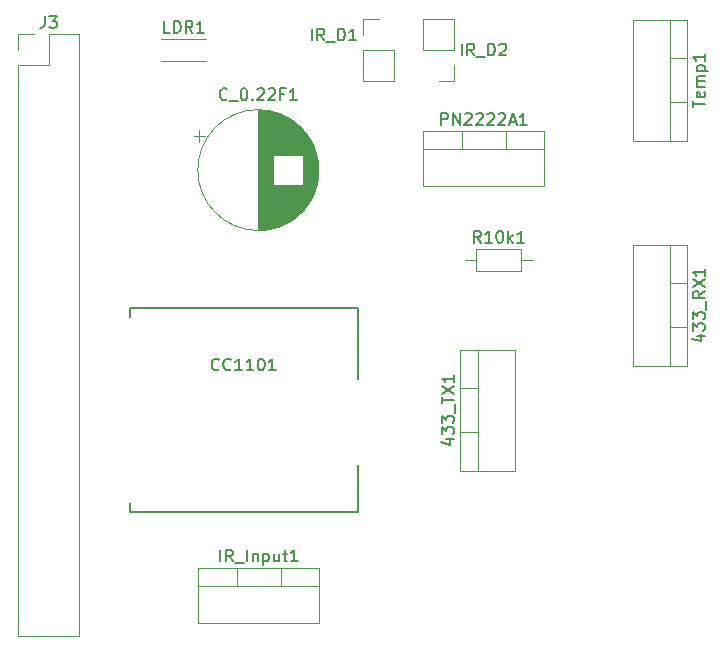
<source format=gto>
G04 #@! TF.GenerationSoftware,KiCad,Pcbnew,(5.0.0-rc2-dev-482-gf81c77cd4)*
G04 #@! TF.CreationDate,2018-04-23T16:38:11+02:00*
G04 #@! TF.ProjectId,ha_plattform,68615F706C617474666F726D2E6B6963,rev?*
G04 #@! TF.SameCoordinates,Original*
G04 #@! TF.FileFunction,Legend,Top*
G04 #@! TF.FilePolarity,Positive*
%FSLAX46Y46*%
G04 Gerber Fmt 4.6, Leading zero omitted, Abs format (unit mm)*
G04 Created by KiCad (PCBNEW (5.0.0-rc2-dev-482-gf81c77cd4)) date Mon Apr 23 16:38:11 2018*
%MOMM*%
%LPD*%
G01*
G04 APERTURE LIST*
%ADD10C,0.120000*%
%ADD11C,0.150000*%
G04 APERTURE END LIST*
D10*
X20514000Y-73212000D02*
X25714000Y-73212000D01*
X20514000Y-24892000D02*
X20514000Y-73212000D01*
X25714000Y-22292000D02*
X25714000Y-73212000D01*
X20514000Y-24892000D02*
X23114000Y-24892000D01*
X23114000Y-24892000D02*
X23114000Y-22292000D01*
X23114000Y-22292000D02*
X25714000Y-22292000D01*
X20514000Y-23622000D02*
X20514000Y-22292000D01*
X20514000Y-22292000D02*
X21844000Y-22292000D01*
X77184000Y-40092000D02*
X77184000Y-50332000D01*
X72543000Y-40092000D02*
X72543000Y-50332000D01*
X77184000Y-40092000D02*
X72543000Y-40092000D01*
X77184000Y-50332000D02*
X72543000Y-50332000D01*
X75674000Y-40092000D02*
X75674000Y-50332000D01*
X77184000Y-43362000D02*
X75674000Y-43362000D01*
X77184000Y-47062000D02*
X75674000Y-47062000D01*
X57944000Y-59222000D02*
X57944000Y-48982000D01*
X62585000Y-59222000D02*
X62585000Y-48982000D01*
X57944000Y-59222000D02*
X62585000Y-59222000D01*
X57944000Y-48982000D02*
X62585000Y-48982000D01*
X59454000Y-59222000D02*
X59454000Y-48982000D01*
X57944000Y-55952000D02*
X59454000Y-55952000D01*
X57944000Y-52251000D02*
X59454000Y-52251000D01*
X45974000Y-33782000D02*
G75*
G03X45974000Y-33782000I-5120000J0D01*
G01*
X40854000Y-28702000D02*
X40854000Y-38862000D01*
X40894000Y-28702000D02*
X40894000Y-38862000D01*
X40934000Y-28702000D02*
X40934000Y-38862000D01*
X40974000Y-28703000D02*
X40974000Y-38861000D01*
X41014000Y-28704000D02*
X41014000Y-38860000D01*
X41054000Y-28705000D02*
X41054000Y-38859000D01*
X41094000Y-28707000D02*
X41094000Y-38857000D01*
X41134000Y-28709000D02*
X41134000Y-38855000D01*
X41174000Y-28712000D02*
X41174000Y-38852000D01*
X41214000Y-28714000D02*
X41214000Y-38850000D01*
X41254000Y-28717000D02*
X41254000Y-38847000D01*
X41294000Y-28720000D02*
X41294000Y-38844000D01*
X41334000Y-28724000D02*
X41334000Y-38840000D01*
X41374000Y-28728000D02*
X41374000Y-38836000D01*
X41414000Y-28732000D02*
X41414000Y-38832000D01*
X41454000Y-28737000D02*
X41454000Y-38827000D01*
X41494000Y-28742000D02*
X41494000Y-38822000D01*
X41534000Y-28747000D02*
X41534000Y-38817000D01*
X41575000Y-28752000D02*
X41575000Y-38812000D01*
X41615000Y-28758000D02*
X41615000Y-38806000D01*
X41655000Y-28764000D02*
X41655000Y-38800000D01*
X41695000Y-28771000D02*
X41695000Y-38793000D01*
X41735000Y-28778000D02*
X41735000Y-38786000D01*
X41775000Y-28785000D02*
X41775000Y-38779000D01*
X41815000Y-28792000D02*
X41815000Y-38772000D01*
X41855000Y-28800000D02*
X41855000Y-38764000D01*
X41895000Y-28808000D02*
X41895000Y-38756000D01*
X41935000Y-28817000D02*
X41935000Y-38747000D01*
X41975000Y-28826000D02*
X41975000Y-38738000D01*
X42015000Y-28835000D02*
X42015000Y-38729000D01*
X42055000Y-28844000D02*
X42055000Y-38720000D01*
X42095000Y-28854000D02*
X42095000Y-38710000D01*
X42135000Y-28864000D02*
X42135000Y-32541000D01*
X42135000Y-35023000D02*
X42135000Y-38700000D01*
X42175000Y-28875000D02*
X42175000Y-32541000D01*
X42175000Y-35023000D02*
X42175000Y-38689000D01*
X42215000Y-28885000D02*
X42215000Y-32541000D01*
X42215000Y-35023000D02*
X42215000Y-38679000D01*
X42255000Y-28897000D02*
X42255000Y-32541000D01*
X42255000Y-35023000D02*
X42255000Y-38667000D01*
X42295000Y-28908000D02*
X42295000Y-32541000D01*
X42295000Y-35023000D02*
X42295000Y-38656000D01*
X42335000Y-28920000D02*
X42335000Y-32541000D01*
X42335000Y-35023000D02*
X42335000Y-38644000D01*
X42375000Y-28932000D02*
X42375000Y-32541000D01*
X42375000Y-35023000D02*
X42375000Y-38632000D01*
X42415000Y-28945000D02*
X42415000Y-32541000D01*
X42415000Y-35023000D02*
X42415000Y-38619000D01*
X42455000Y-28958000D02*
X42455000Y-32541000D01*
X42455000Y-35023000D02*
X42455000Y-38606000D01*
X42495000Y-28971000D02*
X42495000Y-32541000D01*
X42495000Y-35023000D02*
X42495000Y-38593000D01*
X42535000Y-28985000D02*
X42535000Y-32541000D01*
X42535000Y-35023000D02*
X42535000Y-38579000D01*
X42575000Y-28999000D02*
X42575000Y-32541000D01*
X42575000Y-35023000D02*
X42575000Y-38565000D01*
X42615000Y-29014000D02*
X42615000Y-32541000D01*
X42615000Y-35023000D02*
X42615000Y-38550000D01*
X42655000Y-29028000D02*
X42655000Y-32541000D01*
X42655000Y-35023000D02*
X42655000Y-38536000D01*
X42695000Y-29044000D02*
X42695000Y-32541000D01*
X42695000Y-35023000D02*
X42695000Y-38520000D01*
X42735000Y-29059000D02*
X42735000Y-32541000D01*
X42735000Y-35023000D02*
X42735000Y-38505000D01*
X42775000Y-29075000D02*
X42775000Y-32541000D01*
X42775000Y-35023000D02*
X42775000Y-38489000D01*
X42815000Y-29092000D02*
X42815000Y-32541000D01*
X42815000Y-35023000D02*
X42815000Y-38472000D01*
X42855000Y-29108000D02*
X42855000Y-32541000D01*
X42855000Y-35023000D02*
X42855000Y-38456000D01*
X42895000Y-29125000D02*
X42895000Y-32541000D01*
X42895000Y-35023000D02*
X42895000Y-38439000D01*
X42935000Y-29143000D02*
X42935000Y-32541000D01*
X42935000Y-35023000D02*
X42935000Y-38421000D01*
X42975000Y-29161000D02*
X42975000Y-32541000D01*
X42975000Y-35023000D02*
X42975000Y-38403000D01*
X43015000Y-29179000D02*
X43015000Y-32541000D01*
X43015000Y-35023000D02*
X43015000Y-38385000D01*
X43055000Y-29198000D02*
X43055000Y-32541000D01*
X43055000Y-35023000D02*
X43055000Y-38366000D01*
X43095000Y-29218000D02*
X43095000Y-32541000D01*
X43095000Y-35023000D02*
X43095000Y-38346000D01*
X43135000Y-29237000D02*
X43135000Y-32541000D01*
X43135000Y-35023000D02*
X43135000Y-38327000D01*
X43175000Y-29257000D02*
X43175000Y-32541000D01*
X43175000Y-35023000D02*
X43175000Y-38307000D01*
X43215000Y-29278000D02*
X43215000Y-32541000D01*
X43215000Y-35023000D02*
X43215000Y-38286000D01*
X43255000Y-29299000D02*
X43255000Y-32541000D01*
X43255000Y-35023000D02*
X43255000Y-38265000D01*
X43295000Y-29320000D02*
X43295000Y-32541000D01*
X43295000Y-35023000D02*
X43295000Y-38244000D01*
X43335000Y-29342000D02*
X43335000Y-32541000D01*
X43335000Y-35023000D02*
X43335000Y-38222000D01*
X43375000Y-29365000D02*
X43375000Y-32541000D01*
X43375000Y-35023000D02*
X43375000Y-38199000D01*
X43415000Y-29387000D02*
X43415000Y-32541000D01*
X43415000Y-35023000D02*
X43415000Y-38177000D01*
X43455000Y-29411000D02*
X43455000Y-32541000D01*
X43455000Y-35023000D02*
X43455000Y-38153000D01*
X43495000Y-29435000D02*
X43495000Y-32541000D01*
X43495000Y-35023000D02*
X43495000Y-38129000D01*
X43535000Y-29459000D02*
X43535000Y-32541000D01*
X43535000Y-35023000D02*
X43535000Y-38105000D01*
X43575000Y-29484000D02*
X43575000Y-32541000D01*
X43575000Y-35023000D02*
X43575000Y-38080000D01*
X43615000Y-29509000D02*
X43615000Y-32541000D01*
X43615000Y-35023000D02*
X43615000Y-38055000D01*
X43655000Y-29535000D02*
X43655000Y-32541000D01*
X43655000Y-35023000D02*
X43655000Y-38029000D01*
X43695000Y-29561000D02*
X43695000Y-32541000D01*
X43695000Y-35023000D02*
X43695000Y-38003000D01*
X43735000Y-29588000D02*
X43735000Y-32541000D01*
X43735000Y-35023000D02*
X43735000Y-37976000D01*
X43775000Y-29616000D02*
X43775000Y-32541000D01*
X43775000Y-35023000D02*
X43775000Y-37948000D01*
X43815000Y-29644000D02*
X43815000Y-32541000D01*
X43815000Y-35023000D02*
X43815000Y-37920000D01*
X43855000Y-29672000D02*
X43855000Y-32541000D01*
X43855000Y-35023000D02*
X43855000Y-37892000D01*
X43895000Y-29702000D02*
X43895000Y-32541000D01*
X43895000Y-35023000D02*
X43895000Y-37862000D01*
X43935000Y-29732000D02*
X43935000Y-32541000D01*
X43935000Y-35023000D02*
X43935000Y-37832000D01*
X43975000Y-29762000D02*
X43975000Y-32541000D01*
X43975000Y-35023000D02*
X43975000Y-37802000D01*
X44015000Y-29793000D02*
X44015000Y-32541000D01*
X44015000Y-35023000D02*
X44015000Y-37771000D01*
X44055000Y-29825000D02*
X44055000Y-32541000D01*
X44055000Y-35023000D02*
X44055000Y-37739000D01*
X44095000Y-29857000D02*
X44095000Y-32541000D01*
X44095000Y-35023000D02*
X44095000Y-37707000D01*
X44135000Y-29890000D02*
X44135000Y-32541000D01*
X44135000Y-35023000D02*
X44135000Y-37674000D01*
X44175000Y-29924000D02*
X44175000Y-32541000D01*
X44175000Y-35023000D02*
X44175000Y-37640000D01*
X44215000Y-29958000D02*
X44215000Y-32541000D01*
X44215000Y-35023000D02*
X44215000Y-37606000D01*
X44255000Y-29993000D02*
X44255000Y-32541000D01*
X44255000Y-35023000D02*
X44255000Y-37571000D01*
X44295000Y-30029000D02*
X44295000Y-32541000D01*
X44295000Y-35023000D02*
X44295000Y-37535000D01*
X44335000Y-30066000D02*
X44335000Y-32541000D01*
X44335000Y-35023000D02*
X44335000Y-37498000D01*
X44375000Y-30103000D02*
X44375000Y-32541000D01*
X44375000Y-35023000D02*
X44375000Y-37461000D01*
X44415000Y-30142000D02*
X44415000Y-32541000D01*
X44415000Y-35023000D02*
X44415000Y-37422000D01*
X44455000Y-30181000D02*
X44455000Y-32541000D01*
X44455000Y-35023000D02*
X44455000Y-37383000D01*
X44495000Y-30221000D02*
X44495000Y-32541000D01*
X44495000Y-35023000D02*
X44495000Y-37343000D01*
X44535000Y-30262000D02*
X44535000Y-32541000D01*
X44535000Y-35023000D02*
X44535000Y-37302000D01*
X44575000Y-30304000D02*
X44575000Y-32541000D01*
X44575000Y-35023000D02*
X44575000Y-37260000D01*
X44615000Y-30346000D02*
X44615000Y-37218000D01*
X44655000Y-30390000D02*
X44655000Y-37174000D01*
X44695000Y-30435000D02*
X44695000Y-37129000D01*
X44735000Y-30481000D02*
X44735000Y-37083000D01*
X44775000Y-30528000D02*
X44775000Y-37036000D01*
X44815000Y-30576000D02*
X44815000Y-36988000D01*
X44855000Y-30626000D02*
X44855000Y-36938000D01*
X44895000Y-30676000D02*
X44895000Y-36888000D01*
X44935000Y-30728000D02*
X44935000Y-36836000D01*
X44975000Y-30782000D02*
X44975000Y-36782000D01*
X45015000Y-30837000D02*
X45015000Y-36727000D01*
X45055000Y-30893000D02*
X45055000Y-36671000D01*
X45095000Y-30952000D02*
X45095000Y-36612000D01*
X45135000Y-31012000D02*
X45135000Y-36552000D01*
X45175000Y-31073000D02*
X45175000Y-36491000D01*
X45215000Y-31137000D02*
X45215000Y-36427000D01*
X45255000Y-31203000D02*
X45255000Y-36361000D01*
X45295000Y-31272000D02*
X45295000Y-36292000D01*
X45335000Y-31343000D02*
X45335000Y-36221000D01*
X45375000Y-31417000D02*
X45375000Y-36147000D01*
X45415000Y-31493000D02*
X45415000Y-36071000D01*
X45455000Y-31573000D02*
X45455000Y-35991000D01*
X45495000Y-31657000D02*
X45495000Y-35907000D01*
X45535000Y-31745000D02*
X45535000Y-35819000D01*
X45575000Y-31838000D02*
X45575000Y-35726000D01*
X45615000Y-31936000D02*
X45615000Y-35628000D01*
X45655000Y-32040000D02*
X45655000Y-35524000D01*
X45695000Y-32152000D02*
X45695000Y-35412000D01*
X45735000Y-32272000D02*
X45735000Y-35292000D01*
X45775000Y-32404000D02*
X45775000Y-35160000D01*
X45815000Y-32552000D02*
X45815000Y-35012000D01*
X45855000Y-32720000D02*
X45855000Y-34844000D01*
X45895000Y-32920000D02*
X45895000Y-34644000D01*
X45935000Y-33183000D02*
X45935000Y-34381000D01*
X35374354Y-30907000D02*
X36374354Y-30907000D01*
X35874354Y-30407000D02*
X35874354Y-31407000D01*
D11*
X29974000Y-46202000D02*
X29974000Y-45452000D01*
X29974000Y-62752000D02*
X29974000Y-62002000D01*
X49274000Y-62752000D02*
X29974000Y-62752000D01*
X49274000Y-58727000D02*
X49274000Y-62752000D01*
X49274000Y-45452000D02*
X49274000Y-51477000D01*
X29974000Y-45452000D02*
X49274000Y-45452000D01*
D10*
X42745000Y-67469000D02*
X42745000Y-68979000D01*
X39044000Y-67469000D02*
X39044000Y-68979000D01*
X35774000Y-68979000D02*
X46014000Y-68979000D01*
X46014000Y-67469000D02*
X46014000Y-72110000D01*
X35774000Y-67469000D02*
X35774000Y-72110000D01*
X35774000Y-72110000D02*
X46014000Y-72110000D01*
X35774000Y-67469000D02*
X46014000Y-67469000D01*
X54824000Y-30512000D02*
X65064000Y-30512000D01*
X54824000Y-35153000D02*
X65064000Y-35153000D01*
X54824000Y-30512000D02*
X54824000Y-35153000D01*
X65064000Y-30512000D02*
X65064000Y-35153000D01*
X54824000Y-32022000D02*
X65064000Y-32022000D01*
X58094000Y-30512000D02*
X58094000Y-32022000D01*
X61795000Y-30512000D02*
X61795000Y-32022000D01*
X77184000Y-28012000D02*
X75674000Y-28012000D01*
X77184000Y-24312000D02*
X75674000Y-24312000D01*
X75674000Y-21042000D02*
X75674000Y-31282000D01*
X77184000Y-31282000D02*
X72543000Y-31282000D01*
X77184000Y-21042000D02*
X72543000Y-21042000D01*
X72543000Y-21042000D02*
X72543000Y-31282000D01*
X77184000Y-21042000D02*
X77184000Y-31282000D01*
X49724000Y-26222000D02*
X52384000Y-26222000D01*
X49724000Y-23622000D02*
X49724000Y-26222000D01*
X52384000Y-23622000D02*
X52384000Y-26222000D01*
X49724000Y-23622000D02*
X52384000Y-23622000D01*
X49724000Y-22352000D02*
X49724000Y-21022000D01*
X49724000Y-21022000D02*
X51054000Y-21022000D01*
X57464000Y-26222000D02*
X56134000Y-26222000D01*
X57464000Y-24892000D02*
X57464000Y-26222000D01*
X57464000Y-23622000D02*
X54804000Y-23622000D01*
X54804000Y-23622000D02*
X54804000Y-21022000D01*
X57464000Y-23622000D02*
X57464000Y-21022000D01*
X57464000Y-21022000D02*
X54804000Y-21022000D01*
X59294000Y-40482000D02*
X59294000Y-42322000D01*
X59294000Y-42322000D02*
X63134000Y-42322000D01*
X63134000Y-42322000D02*
X63134000Y-40482000D01*
X63134000Y-40482000D02*
X59294000Y-40482000D01*
X58344000Y-41402000D02*
X59294000Y-41402000D01*
X64084000Y-41402000D02*
X63134000Y-41402000D01*
X32624000Y-22702000D02*
X36464000Y-22702000D01*
X32624000Y-24542000D02*
X36464000Y-24542000D01*
D11*
X22780666Y-20744380D02*
X22780666Y-21458666D01*
X22733047Y-21601523D01*
X22637809Y-21696761D01*
X22494952Y-21744380D01*
X22399714Y-21744380D01*
X23161619Y-20744380D02*
X23780666Y-20744380D01*
X23447333Y-21125333D01*
X23590190Y-21125333D01*
X23685428Y-21172952D01*
X23733047Y-21220571D01*
X23780666Y-21315809D01*
X23780666Y-21553904D01*
X23733047Y-21649142D01*
X23685428Y-21696761D01*
X23590190Y-21744380D01*
X23304476Y-21744380D01*
X23209238Y-21696761D01*
X23161619Y-21649142D01*
X77969714Y-47807238D02*
X78636380Y-47807238D01*
X77588761Y-48045333D02*
X78303047Y-48283428D01*
X78303047Y-47664380D01*
X77636380Y-47378666D02*
X77636380Y-46759619D01*
X78017333Y-47092952D01*
X78017333Y-46950095D01*
X78064952Y-46854857D01*
X78112571Y-46807238D01*
X78207809Y-46759619D01*
X78445904Y-46759619D01*
X78541142Y-46807238D01*
X78588761Y-46854857D01*
X78636380Y-46950095D01*
X78636380Y-47235809D01*
X78588761Y-47331047D01*
X78541142Y-47378666D01*
X77636380Y-46426285D02*
X77636380Y-45807238D01*
X78017333Y-46140571D01*
X78017333Y-45997714D01*
X78064952Y-45902476D01*
X78112571Y-45854857D01*
X78207809Y-45807238D01*
X78445904Y-45807238D01*
X78541142Y-45854857D01*
X78588761Y-45902476D01*
X78636380Y-45997714D01*
X78636380Y-46283428D01*
X78588761Y-46378666D01*
X78541142Y-46426285D01*
X78731619Y-45616761D02*
X78731619Y-44854857D01*
X78636380Y-44045333D02*
X78160190Y-44378666D01*
X78636380Y-44616761D02*
X77636380Y-44616761D01*
X77636380Y-44235809D01*
X77684000Y-44140571D01*
X77731619Y-44092952D01*
X77826857Y-44045333D01*
X77969714Y-44045333D01*
X78064952Y-44092952D01*
X78112571Y-44140571D01*
X78160190Y-44235809D01*
X78160190Y-44616761D01*
X77636380Y-43712000D02*
X78636380Y-43045333D01*
X77636380Y-43045333D02*
X78636380Y-43712000D01*
X78636380Y-42140571D02*
X78636380Y-42712000D01*
X78636380Y-42426285D02*
X77636380Y-42426285D01*
X77779238Y-42521523D01*
X77874476Y-42616761D01*
X77922095Y-42712000D01*
X56729714Y-56578190D02*
X57396380Y-56578190D01*
X56348761Y-56816285D02*
X57063047Y-57054380D01*
X57063047Y-56435333D01*
X56396380Y-56149619D02*
X56396380Y-55530571D01*
X56777333Y-55863904D01*
X56777333Y-55721047D01*
X56824952Y-55625809D01*
X56872571Y-55578190D01*
X56967809Y-55530571D01*
X57205904Y-55530571D01*
X57301142Y-55578190D01*
X57348761Y-55625809D01*
X57396380Y-55721047D01*
X57396380Y-56006761D01*
X57348761Y-56102000D01*
X57301142Y-56149619D01*
X56396380Y-55197238D02*
X56396380Y-54578190D01*
X56777333Y-54911523D01*
X56777333Y-54768666D01*
X56824952Y-54673428D01*
X56872571Y-54625809D01*
X56967809Y-54578190D01*
X57205904Y-54578190D01*
X57301142Y-54625809D01*
X57348761Y-54673428D01*
X57396380Y-54768666D01*
X57396380Y-55054380D01*
X57348761Y-55149619D01*
X57301142Y-55197238D01*
X57491619Y-54387714D02*
X57491619Y-53625809D01*
X56396380Y-53530571D02*
X56396380Y-52959142D01*
X57396380Y-53244857D02*
X56396380Y-53244857D01*
X56396380Y-52721047D02*
X57396380Y-52054380D01*
X56396380Y-52054380D02*
X57396380Y-52721047D01*
X57396380Y-51149619D02*
X57396380Y-51721047D01*
X57396380Y-51435333D02*
X56396380Y-51435333D01*
X56539238Y-51530571D01*
X56634476Y-51625809D01*
X56682095Y-51721047D01*
X38211142Y-27769142D02*
X38163523Y-27816761D01*
X38020666Y-27864380D01*
X37925428Y-27864380D01*
X37782571Y-27816761D01*
X37687333Y-27721523D01*
X37639714Y-27626285D01*
X37592095Y-27435809D01*
X37592095Y-27292952D01*
X37639714Y-27102476D01*
X37687333Y-27007238D01*
X37782571Y-26912000D01*
X37925428Y-26864380D01*
X38020666Y-26864380D01*
X38163523Y-26912000D01*
X38211142Y-26959619D01*
X38401619Y-27959619D02*
X39163523Y-27959619D01*
X39592095Y-26864380D02*
X39687333Y-26864380D01*
X39782571Y-26912000D01*
X39830190Y-26959619D01*
X39877809Y-27054857D01*
X39925428Y-27245333D01*
X39925428Y-27483428D01*
X39877809Y-27673904D01*
X39830190Y-27769142D01*
X39782571Y-27816761D01*
X39687333Y-27864380D01*
X39592095Y-27864380D01*
X39496857Y-27816761D01*
X39449238Y-27769142D01*
X39401619Y-27673904D01*
X39354000Y-27483428D01*
X39354000Y-27245333D01*
X39401619Y-27054857D01*
X39449238Y-26959619D01*
X39496857Y-26912000D01*
X39592095Y-26864380D01*
X40354000Y-27769142D02*
X40401619Y-27816761D01*
X40354000Y-27864380D01*
X40306380Y-27816761D01*
X40354000Y-27769142D01*
X40354000Y-27864380D01*
X40782571Y-26959619D02*
X40830190Y-26912000D01*
X40925428Y-26864380D01*
X41163523Y-26864380D01*
X41258761Y-26912000D01*
X41306380Y-26959619D01*
X41354000Y-27054857D01*
X41354000Y-27150095D01*
X41306380Y-27292952D01*
X40734952Y-27864380D01*
X41354000Y-27864380D01*
X41734952Y-26959619D02*
X41782571Y-26912000D01*
X41877809Y-26864380D01*
X42115904Y-26864380D01*
X42211142Y-26912000D01*
X42258761Y-26959619D01*
X42306380Y-27054857D01*
X42306380Y-27150095D01*
X42258761Y-27292952D01*
X41687333Y-27864380D01*
X42306380Y-27864380D01*
X43068285Y-27340571D02*
X42734952Y-27340571D01*
X42734952Y-27864380D02*
X42734952Y-26864380D01*
X43211142Y-26864380D01*
X44115904Y-27864380D02*
X43544476Y-27864380D01*
X43830190Y-27864380D02*
X43830190Y-26864380D01*
X43734952Y-27007238D01*
X43639714Y-27102476D01*
X43544476Y-27150095D01*
X37528761Y-50649142D02*
X37481142Y-50696761D01*
X37338285Y-50744380D01*
X37243047Y-50744380D01*
X37100190Y-50696761D01*
X37004952Y-50601523D01*
X36957333Y-50506285D01*
X36909714Y-50315809D01*
X36909714Y-50172952D01*
X36957333Y-49982476D01*
X37004952Y-49887238D01*
X37100190Y-49792000D01*
X37243047Y-49744380D01*
X37338285Y-49744380D01*
X37481142Y-49792000D01*
X37528761Y-49839619D01*
X38528761Y-50649142D02*
X38481142Y-50696761D01*
X38338285Y-50744380D01*
X38243047Y-50744380D01*
X38100190Y-50696761D01*
X38004952Y-50601523D01*
X37957333Y-50506285D01*
X37909714Y-50315809D01*
X37909714Y-50172952D01*
X37957333Y-49982476D01*
X38004952Y-49887238D01*
X38100190Y-49792000D01*
X38243047Y-49744380D01*
X38338285Y-49744380D01*
X38481142Y-49792000D01*
X38528761Y-49839619D01*
X39481142Y-50744380D02*
X38909714Y-50744380D01*
X39195428Y-50744380D02*
X39195428Y-49744380D01*
X39100190Y-49887238D01*
X39004952Y-49982476D01*
X38909714Y-50030095D01*
X40433523Y-50744380D02*
X39862095Y-50744380D01*
X40147809Y-50744380D02*
X40147809Y-49744380D01*
X40052571Y-49887238D01*
X39957333Y-49982476D01*
X39862095Y-50030095D01*
X41052571Y-49744380D02*
X41147809Y-49744380D01*
X41243047Y-49792000D01*
X41290666Y-49839619D01*
X41338285Y-49934857D01*
X41385904Y-50125333D01*
X41385904Y-50363428D01*
X41338285Y-50553904D01*
X41290666Y-50649142D01*
X41243047Y-50696761D01*
X41147809Y-50744380D01*
X41052571Y-50744380D01*
X40957333Y-50696761D01*
X40909714Y-50649142D01*
X40862095Y-50553904D01*
X40814476Y-50363428D01*
X40814476Y-50125333D01*
X40862095Y-49934857D01*
X40909714Y-49839619D01*
X40957333Y-49792000D01*
X41052571Y-49744380D01*
X42338285Y-50744380D02*
X41766857Y-50744380D01*
X42052571Y-50744380D02*
X42052571Y-49744380D01*
X41957333Y-49887238D01*
X41862095Y-49982476D01*
X41766857Y-50030095D01*
X37655904Y-66921380D02*
X37655904Y-65921380D01*
X38703523Y-66921380D02*
X38370190Y-66445190D01*
X38132095Y-66921380D02*
X38132095Y-65921380D01*
X38513047Y-65921380D01*
X38608285Y-65969000D01*
X38655904Y-66016619D01*
X38703523Y-66111857D01*
X38703523Y-66254714D01*
X38655904Y-66349952D01*
X38608285Y-66397571D01*
X38513047Y-66445190D01*
X38132095Y-66445190D01*
X38894000Y-67016619D02*
X39655904Y-67016619D01*
X39894000Y-66921380D02*
X39894000Y-65921380D01*
X40370190Y-66254714D02*
X40370190Y-66921380D01*
X40370190Y-66349952D02*
X40417809Y-66302333D01*
X40513047Y-66254714D01*
X40655904Y-66254714D01*
X40751142Y-66302333D01*
X40798761Y-66397571D01*
X40798761Y-66921380D01*
X41274952Y-66254714D02*
X41274952Y-67254714D01*
X41274952Y-66302333D02*
X41370190Y-66254714D01*
X41560666Y-66254714D01*
X41655904Y-66302333D01*
X41703523Y-66349952D01*
X41751142Y-66445190D01*
X41751142Y-66730904D01*
X41703523Y-66826142D01*
X41655904Y-66873761D01*
X41560666Y-66921380D01*
X41370190Y-66921380D01*
X41274952Y-66873761D01*
X42608285Y-66254714D02*
X42608285Y-66921380D01*
X42179714Y-66254714D02*
X42179714Y-66778523D01*
X42227333Y-66873761D01*
X42322571Y-66921380D01*
X42465428Y-66921380D01*
X42560666Y-66873761D01*
X42608285Y-66826142D01*
X42941619Y-66254714D02*
X43322571Y-66254714D01*
X43084476Y-65921380D02*
X43084476Y-66778523D01*
X43132095Y-66873761D01*
X43227333Y-66921380D01*
X43322571Y-66921380D01*
X44179714Y-66921380D02*
X43608285Y-66921380D01*
X43894000Y-66921380D02*
X43894000Y-65921380D01*
X43798761Y-66064238D01*
X43703523Y-66159476D01*
X43608285Y-66207095D01*
X56348761Y-29964380D02*
X56348761Y-28964380D01*
X56729714Y-28964380D01*
X56824952Y-29012000D01*
X56872571Y-29059619D01*
X56920190Y-29154857D01*
X56920190Y-29297714D01*
X56872571Y-29392952D01*
X56824952Y-29440571D01*
X56729714Y-29488190D01*
X56348761Y-29488190D01*
X57348761Y-29964380D02*
X57348761Y-28964380D01*
X57920190Y-29964380D01*
X57920190Y-28964380D01*
X58348761Y-29059619D02*
X58396380Y-29012000D01*
X58491619Y-28964380D01*
X58729714Y-28964380D01*
X58824952Y-29012000D01*
X58872571Y-29059619D01*
X58920190Y-29154857D01*
X58920190Y-29250095D01*
X58872571Y-29392952D01*
X58301142Y-29964380D01*
X58920190Y-29964380D01*
X59301142Y-29059619D02*
X59348761Y-29012000D01*
X59444000Y-28964380D01*
X59682095Y-28964380D01*
X59777333Y-29012000D01*
X59824952Y-29059619D01*
X59872571Y-29154857D01*
X59872571Y-29250095D01*
X59824952Y-29392952D01*
X59253523Y-29964380D01*
X59872571Y-29964380D01*
X60253523Y-29059619D02*
X60301142Y-29012000D01*
X60396380Y-28964380D01*
X60634476Y-28964380D01*
X60729714Y-29012000D01*
X60777333Y-29059619D01*
X60824952Y-29154857D01*
X60824952Y-29250095D01*
X60777333Y-29392952D01*
X60205904Y-29964380D01*
X60824952Y-29964380D01*
X61205904Y-29059619D02*
X61253523Y-29012000D01*
X61348761Y-28964380D01*
X61586857Y-28964380D01*
X61682095Y-29012000D01*
X61729714Y-29059619D01*
X61777333Y-29154857D01*
X61777333Y-29250095D01*
X61729714Y-29392952D01*
X61158285Y-29964380D01*
X61777333Y-29964380D01*
X62158285Y-29678666D02*
X62634476Y-29678666D01*
X62063047Y-29964380D02*
X62396380Y-28964380D01*
X62729714Y-29964380D01*
X63586857Y-29964380D02*
X63015428Y-29964380D01*
X63301142Y-29964380D02*
X63301142Y-28964380D01*
X63205904Y-29107238D01*
X63110666Y-29202476D01*
X63015428Y-29250095D01*
X77636380Y-28471523D02*
X77636380Y-27900095D01*
X78636380Y-28185809D02*
X77636380Y-28185809D01*
X78588761Y-27185809D02*
X78636380Y-27281047D01*
X78636380Y-27471523D01*
X78588761Y-27566761D01*
X78493523Y-27614380D01*
X78112571Y-27614380D01*
X78017333Y-27566761D01*
X77969714Y-27471523D01*
X77969714Y-27281047D01*
X78017333Y-27185809D01*
X78112571Y-27138190D01*
X78207809Y-27138190D01*
X78303047Y-27614380D01*
X78636380Y-26709619D02*
X77969714Y-26709619D01*
X78064952Y-26709619D02*
X78017333Y-26662000D01*
X77969714Y-26566761D01*
X77969714Y-26423904D01*
X78017333Y-26328666D01*
X78112571Y-26281047D01*
X78636380Y-26281047D01*
X78112571Y-26281047D02*
X78017333Y-26233428D01*
X77969714Y-26138190D01*
X77969714Y-25995333D01*
X78017333Y-25900095D01*
X78112571Y-25852476D01*
X78636380Y-25852476D01*
X77969714Y-25376285D02*
X78969714Y-25376285D01*
X78017333Y-25376285D02*
X77969714Y-25281047D01*
X77969714Y-25090571D01*
X78017333Y-24995333D01*
X78064952Y-24947714D01*
X78160190Y-24900095D01*
X78445904Y-24900095D01*
X78541142Y-24947714D01*
X78588761Y-24995333D01*
X78636380Y-25090571D01*
X78636380Y-25281047D01*
X78588761Y-25376285D01*
X78636380Y-23947714D02*
X78636380Y-24519142D01*
X78636380Y-24233428D02*
X77636380Y-24233428D01*
X77779238Y-24328666D01*
X77874476Y-24423904D01*
X77922095Y-24519142D01*
X45386857Y-22804380D02*
X45386857Y-21804380D01*
X46434476Y-22804380D02*
X46101142Y-22328190D01*
X45863047Y-22804380D02*
X45863047Y-21804380D01*
X46244000Y-21804380D01*
X46339238Y-21852000D01*
X46386857Y-21899619D01*
X46434476Y-21994857D01*
X46434476Y-22137714D01*
X46386857Y-22232952D01*
X46339238Y-22280571D01*
X46244000Y-22328190D01*
X45863047Y-22328190D01*
X46624952Y-22899619D02*
X47386857Y-22899619D01*
X47624952Y-22804380D02*
X47624952Y-21804380D01*
X47863047Y-21804380D01*
X48005904Y-21852000D01*
X48101142Y-21947238D01*
X48148761Y-22042476D01*
X48196380Y-22232952D01*
X48196380Y-22375809D01*
X48148761Y-22566285D01*
X48101142Y-22661523D01*
X48005904Y-22756761D01*
X47863047Y-22804380D01*
X47624952Y-22804380D01*
X49148761Y-22804380D02*
X48577333Y-22804380D01*
X48863047Y-22804380D02*
X48863047Y-21804380D01*
X48767809Y-21947238D01*
X48672571Y-22042476D01*
X48577333Y-22090095D01*
X58086857Y-24074380D02*
X58086857Y-23074380D01*
X59134476Y-24074380D02*
X58801142Y-23598190D01*
X58563047Y-24074380D02*
X58563047Y-23074380D01*
X58944000Y-23074380D01*
X59039238Y-23122000D01*
X59086857Y-23169619D01*
X59134476Y-23264857D01*
X59134476Y-23407714D01*
X59086857Y-23502952D01*
X59039238Y-23550571D01*
X58944000Y-23598190D01*
X58563047Y-23598190D01*
X59324952Y-24169619D02*
X60086857Y-24169619D01*
X60324952Y-24074380D02*
X60324952Y-23074380D01*
X60563047Y-23074380D01*
X60705904Y-23122000D01*
X60801142Y-23217238D01*
X60848761Y-23312476D01*
X60896380Y-23502952D01*
X60896380Y-23645809D01*
X60848761Y-23836285D01*
X60801142Y-23931523D01*
X60705904Y-24026761D01*
X60563047Y-24074380D01*
X60324952Y-24074380D01*
X61277333Y-23169619D02*
X61324952Y-23122000D01*
X61420190Y-23074380D01*
X61658285Y-23074380D01*
X61753523Y-23122000D01*
X61801142Y-23169619D01*
X61848761Y-23264857D01*
X61848761Y-23360095D01*
X61801142Y-23502952D01*
X61229714Y-24074380D01*
X61848761Y-24074380D01*
X59690190Y-39934380D02*
X59356857Y-39458190D01*
X59118761Y-39934380D02*
X59118761Y-38934380D01*
X59499714Y-38934380D01*
X59594952Y-38982000D01*
X59642571Y-39029619D01*
X59690190Y-39124857D01*
X59690190Y-39267714D01*
X59642571Y-39362952D01*
X59594952Y-39410571D01*
X59499714Y-39458190D01*
X59118761Y-39458190D01*
X60642571Y-39934380D02*
X60071142Y-39934380D01*
X60356857Y-39934380D02*
X60356857Y-38934380D01*
X60261619Y-39077238D01*
X60166380Y-39172476D01*
X60071142Y-39220095D01*
X61261619Y-38934380D02*
X61356857Y-38934380D01*
X61452095Y-38982000D01*
X61499714Y-39029619D01*
X61547333Y-39124857D01*
X61594952Y-39315333D01*
X61594952Y-39553428D01*
X61547333Y-39743904D01*
X61499714Y-39839142D01*
X61452095Y-39886761D01*
X61356857Y-39934380D01*
X61261619Y-39934380D01*
X61166380Y-39886761D01*
X61118761Y-39839142D01*
X61071142Y-39743904D01*
X61023523Y-39553428D01*
X61023523Y-39315333D01*
X61071142Y-39124857D01*
X61118761Y-39029619D01*
X61166380Y-38982000D01*
X61261619Y-38934380D01*
X62023523Y-39934380D02*
X62023523Y-38934380D01*
X62118761Y-39553428D02*
X62404476Y-39934380D01*
X62404476Y-39267714D02*
X62023523Y-39648666D01*
X63356857Y-39934380D02*
X62785428Y-39934380D01*
X63071142Y-39934380D02*
X63071142Y-38934380D01*
X62975904Y-39077238D01*
X62880666Y-39172476D01*
X62785428Y-39220095D01*
X33377333Y-22154380D02*
X32901142Y-22154380D01*
X32901142Y-21154380D01*
X33710666Y-22154380D02*
X33710666Y-21154380D01*
X33948761Y-21154380D01*
X34091619Y-21202000D01*
X34186857Y-21297238D01*
X34234476Y-21392476D01*
X34282095Y-21582952D01*
X34282095Y-21725809D01*
X34234476Y-21916285D01*
X34186857Y-22011523D01*
X34091619Y-22106761D01*
X33948761Y-22154380D01*
X33710666Y-22154380D01*
X35282095Y-22154380D02*
X34948761Y-21678190D01*
X34710666Y-22154380D02*
X34710666Y-21154380D01*
X35091619Y-21154380D01*
X35186857Y-21202000D01*
X35234476Y-21249619D01*
X35282095Y-21344857D01*
X35282095Y-21487714D01*
X35234476Y-21582952D01*
X35186857Y-21630571D01*
X35091619Y-21678190D01*
X34710666Y-21678190D01*
X36234476Y-22154380D02*
X35663047Y-22154380D01*
X35948761Y-22154380D02*
X35948761Y-21154380D01*
X35853523Y-21297238D01*
X35758285Y-21392476D01*
X35663047Y-21440095D01*
M02*

</source>
